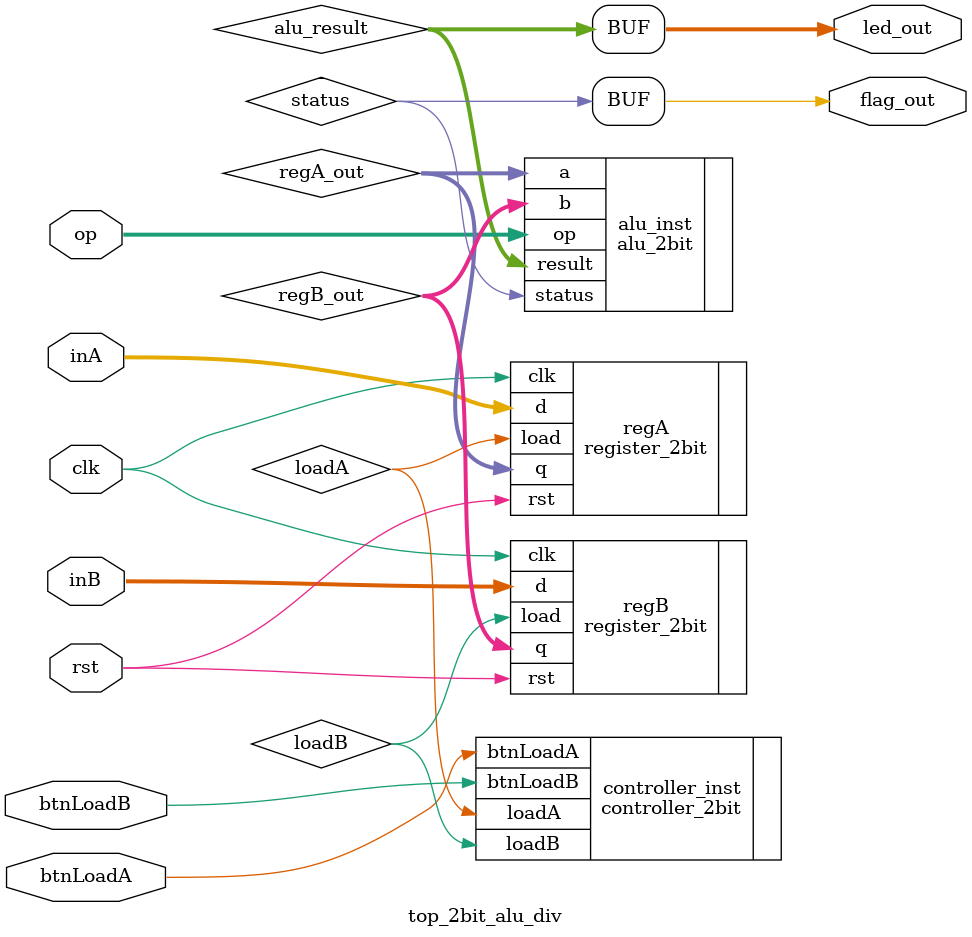
<source format=v>
module top_2bit_alu_div (
    input  wire       clk,
    input  wire       rst,
    input  wire [1:0] inA,
    input  wire [1:0] inB,
    input  wire       btnLoadA,
    input  wire       btnLoadB,
    input  wire [1:0] op,        // 00=Add, 01=Sub, 10=Mul, 11=Div
    output wire [3:0] led_out,   // 4-bit ALU result
    output wire       flag_out   // carry/borrow/overflow/div0
);

    wire loadA, loadB;
    wire [1:0] regA_out;
    wire [1:0] regB_out;
    wire [3:0] alu_result;
    wire       status;

    // Controller
    controller_2bit controller_inst (
        .btnLoadA(btnLoadA),
        .btnLoadB(btnLoadB),
        .loadA(loadA),
        .loadB(loadB)
    );

    // Registers
    register_2bit regA (
        .clk(clk),
        .rst(rst),
        .load(loadA),
        .d(inA),
        .q(regA_out)
    );

    register_2bit regB (
        .clk(clk),
        .rst(rst),
        .load(loadB),
        .d(inB),
        .q(regB_out)
    );

    // ALU
    alu_2bit alu_inst (
        .a(regA_out),
        .b(regB_out),
        .op(op),          // 00=Add, 01=Sub, 10=Mul, 11=Div
        .result(alu_result),
        .status(status)
    );

    // Outputs
    assign led_out  = alu_result;
    assign flag_out = status;

endmodule

</source>
